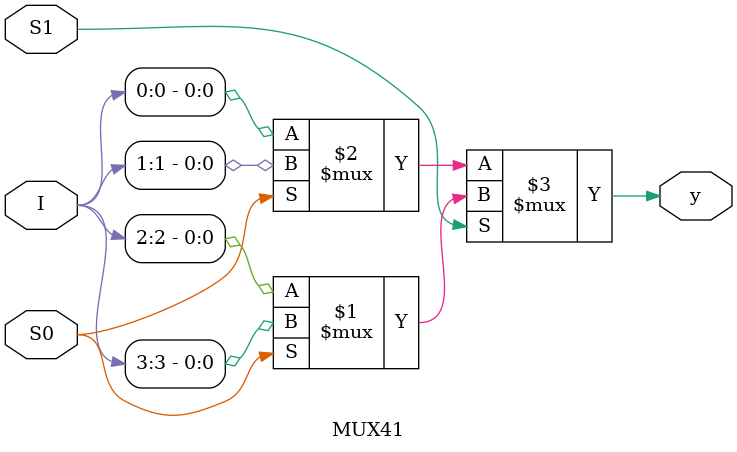
<source format=v>
`timescale 1ns / 1ps


module MUX41(y,I,S1,S0);

input S1, S0;
input [3:0]I;
output y;
wire y;

assign y = S1 ? S0 ? I[3] : I[2] : S0 ? I[1] : I[0];
endmodule

</source>
